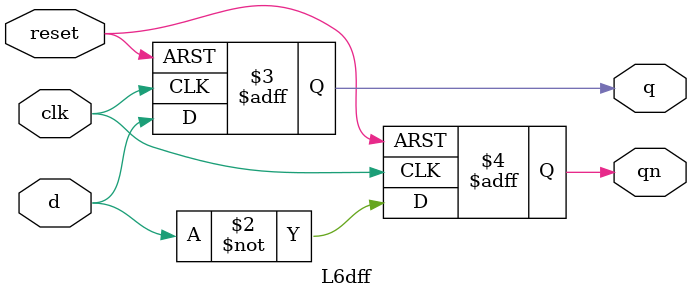
<source format=v>
module L6dff (
    input reset, input clk, input d, output reg q,  output reg qn
);

always @(negedge clk or posedge reset) begin
    if (reset) begin
        q <= 1'b0; qn <= 1'b1;
    end 
    else begin
        q<=d;
        qn<=~d;
    end
end
    
endmodule
</source>
